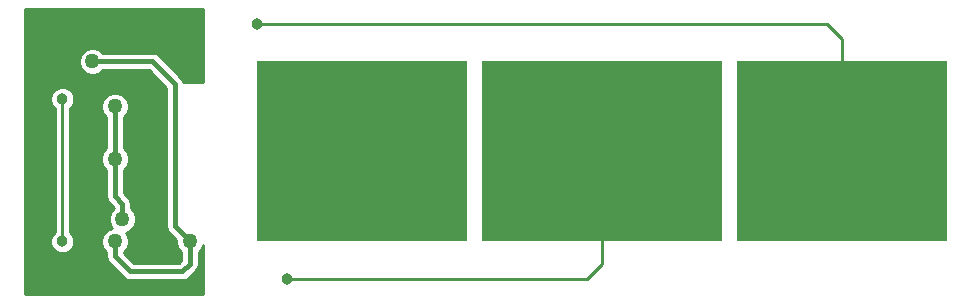
<source format=gbl>
G04 #@! TF.GenerationSoftware,KiCad,Pcbnew,5.0.0-fee4fd1~65~ubuntu17.10.1*
G04 #@! TF.CreationDate,2018-08-22T05:19:15-04:00*
G04 #@! TF.ProjectId,touch,746F7563682E6B696361645F70636200,B*
G04 #@! TF.SameCoordinates,Original*
G04 #@! TF.FileFunction,Copper,L2,Bot,Signal*
G04 #@! TF.FilePolarity,Positive*
%FSLAX46Y46*%
G04 Gerber Fmt 4.6, Leading zero omitted, Abs format (unit mm)*
G04 Created by KiCad (PCBNEW 5.0.0-fee4fd1~65~ubuntu17.10.1) date Wed Aug 22 05:19:15 2018*
%MOMM*%
%LPD*%
G01*
G04 APERTURE LIST*
G04 #@! TA.AperFunction,Conductor*
%ADD10R,17.780000X15.240000*%
G04 #@! TD*
G04 #@! TA.AperFunction,Conductor*
%ADD11R,20.320000X15.240000*%
G04 #@! TD*
G04 #@! TA.AperFunction,ViaPad*
%ADD12C,1.270000*%
G04 #@! TD*
G04 #@! TA.AperFunction,ViaPad*
%ADD13C,0.965200*%
G04 #@! TD*
G04 #@! TA.AperFunction,Conductor*
%ADD14C,0.406400*%
G04 #@! TD*
G04 #@! TA.AperFunction,Conductor*
%ADD15C,0.254000*%
G04 #@! TD*
%ADD16C,0.350000*%
G04 APERTURE END LIST*
D10*
G04 #@! TO.N,/E_LEFT*
G04 #@! TO.C,SW1*
X168910000Y-100838000D03*
G04 #@! TD*
G04 #@! TO.N,/E_RIGHT*
G04 #@! TO.C,SW2*
X128270000Y-100838000D03*
G04 #@! TD*
D11*
G04 #@! TO.N,/E_SET*
G04 #@! TO.C,SW3*
X148590000Y-100838000D03*
G04 #@! TD*
D12*
G04 #@! TO.N,GND*
X114300000Y-93218000D03*
X103411883Y-93171442D03*
X111125000Y-108458006D03*
X107950000Y-90678000D03*
G04 #@! TO.N,+3V3*
X107950000Y-106553000D03*
X107315000Y-97028000D03*
X107315000Y-101473000D03*
D13*
G04 #@! TO.N,/E_LEFT*
X119379988Y-90043000D03*
G04 #@! TO.N,/E_SET*
X121920000Y-111633000D03*
G04 #@! TO.N,/E_RIGHT*
X128269984Y-100838000D03*
D12*
G04 #@! TO.N,+5V*
X107315000Y-108458000D03*
X113665000Y-108458000D03*
X105410000Y-93217976D03*
D13*
G04 #@! TO.N,/SDA_5V*
X102870000Y-96393000D03*
X102870000Y-108458000D03*
G04 #@! TD*
D14*
G04 #@! TO.N,+3V3*
X107315000Y-101473000D02*
X107315000Y-104648000D01*
X107315000Y-104648000D02*
X107950000Y-105283000D01*
X107950000Y-105283000D02*
X107950000Y-106553000D01*
X107315000Y-97028000D02*
X107315000Y-101473000D01*
D15*
G04 #@! TO.N,/E_LEFT*
X168910000Y-100838000D02*
X168910000Y-91313000D01*
X168910000Y-91313000D02*
X167640000Y-90043000D01*
X167640000Y-90043000D02*
X120062487Y-90043000D01*
X120062487Y-90043000D02*
X119379988Y-90043000D01*
G04 #@! TO.N,/E_SET*
X148590000Y-100838000D02*
X148590000Y-110363000D01*
X147320000Y-111633000D02*
X121920000Y-111633000D01*
X148590000Y-110363000D02*
X147320000Y-111633000D01*
D14*
G04 #@! TO.N,+5V*
X107315000Y-109728000D02*
X107315000Y-108458000D01*
X108585000Y-110998000D02*
X107315000Y-109728000D01*
X113030000Y-110998000D02*
X113665000Y-110363000D01*
X113665000Y-110363000D02*
X113665000Y-108458000D01*
X108585000Y-110998000D02*
X113030000Y-110998000D01*
X113665000Y-108458000D02*
X112395000Y-107188000D01*
X112395000Y-107188000D02*
X112395000Y-95123000D01*
X112395000Y-95123000D02*
X110489976Y-93217976D01*
X110489976Y-93217976D02*
X105410000Y-93217976D01*
D15*
G04 #@! TO.N,/SDA_5V*
X102870000Y-108458000D02*
X102870000Y-96393000D01*
G04 #@! TD*
G04 #@! TO.N,GND*
G36*
X114808000Y-94996000D02*
X113106338Y-94996000D01*
X113075530Y-94841115D01*
X112915855Y-94602145D01*
X111010831Y-92697121D01*
X110771861Y-92537446D01*
X110489976Y-92481376D01*
X106325611Y-92481376D01*
X106072709Y-92228033D01*
X105643429Y-92049780D01*
X105178611Y-92049374D01*
X104749019Y-92226877D01*
X104420057Y-92555267D01*
X104241804Y-92984547D01*
X104241398Y-93449365D01*
X104418901Y-93878957D01*
X104747291Y-94207919D01*
X105176571Y-94386172D01*
X105641389Y-94386578D01*
X106070981Y-94209075D01*
X106325923Y-93954576D01*
X110184866Y-93954576D01*
X111658400Y-95428110D01*
X111658400Y-107188000D01*
X111714470Y-107469885D01*
X111874145Y-107708855D01*
X112496711Y-108331421D01*
X112496398Y-108689389D01*
X112673901Y-109118981D01*
X112928400Y-109373923D01*
X112928400Y-110057890D01*
X112724890Y-110261400D01*
X108890110Y-110261400D01*
X108051600Y-109422890D01*
X108051600Y-109373611D01*
X108304943Y-109120709D01*
X108483196Y-108691429D01*
X108483602Y-108226611D01*
X108306099Y-107797019D01*
X108216380Y-107707144D01*
X108610981Y-107544099D01*
X108939943Y-107215709D01*
X109118196Y-106786429D01*
X109118602Y-106321611D01*
X108941099Y-105892019D01*
X108686600Y-105637077D01*
X108686600Y-105283000D01*
X108630530Y-105001115D01*
X108470855Y-104762145D01*
X108051600Y-104342890D01*
X108051600Y-102388611D01*
X108304943Y-102135709D01*
X108483196Y-101706429D01*
X108483602Y-101241611D01*
X108306099Y-100812019D01*
X108051600Y-100557077D01*
X108051600Y-97943611D01*
X108304943Y-97690709D01*
X108483196Y-97261429D01*
X108483602Y-96796611D01*
X108306099Y-96367019D01*
X107977709Y-96038057D01*
X107548429Y-95859804D01*
X107083611Y-95859398D01*
X106654019Y-96036901D01*
X106325057Y-96365291D01*
X106146804Y-96794571D01*
X106146398Y-97259389D01*
X106323901Y-97688981D01*
X106578400Y-97943923D01*
X106578400Y-100557389D01*
X106325057Y-100810291D01*
X106146804Y-101239571D01*
X106146398Y-101704389D01*
X106323901Y-102133981D01*
X106578400Y-102388923D01*
X106578400Y-104648000D01*
X106634470Y-104929885D01*
X106794145Y-105168855D01*
X107213400Y-105588110D01*
X107213400Y-105637389D01*
X106960057Y-105890291D01*
X106781804Y-106319571D01*
X106781398Y-106784389D01*
X106958901Y-107213981D01*
X107048620Y-107303856D01*
X106654019Y-107466901D01*
X106325057Y-107795291D01*
X106146804Y-108224571D01*
X106146398Y-108689389D01*
X106323901Y-109118981D01*
X106578400Y-109373923D01*
X106578400Y-109728000D01*
X106634470Y-110009885D01*
X106794145Y-110248855D01*
X108064145Y-111518855D01*
X108303115Y-111678530D01*
X108585000Y-111734600D01*
X113030000Y-111734600D01*
X113311885Y-111678530D01*
X113550855Y-111518855D01*
X114185855Y-110883855D01*
X114345530Y-110644885D01*
X114401600Y-110363000D01*
X114401600Y-109373611D01*
X114654943Y-109120709D01*
X114808000Y-108752108D01*
X114808000Y-112929600D01*
X99668400Y-112929600D01*
X99668400Y-96594208D01*
X101853824Y-96594208D01*
X102008175Y-96967766D01*
X102209600Y-97169543D01*
X102209600Y-107681660D01*
X102009179Y-107881731D01*
X101854176Y-108255018D01*
X101853824Y-108659208D01*
X102008175Y-109032766D01*
X102293731Y-109318821D01*
X102667018Y-109473824D01*
X103071208Y-109474176D01*
X103444766Y-109319825D01*
X103730821Y-109034269D01*
X103885824Y-108660982D01*
X103886176Y-108256792D01*
X103731825Y-107883234D01*
X103530400Y-107681457D01*
X103530400Y-97169340D01*
X103730821Y-96969269D01*
X103885824Y-96595982D01*
X103886176Y-96191792D01*
X103731825Y-95818234D01*
X103446269Y-95532179D01*
X103072982Y-95377176D01*
X102668792Y-95376824D01*
X102295234Y-95531175D01*
X102009179Y-95816731D01*
X101854176Y-96190018D01*
X101853824Y-96594208D01*
X99668400Y-96594208D01*
X99668400Y-88746400D01*
X114808000Y-88746400D01*
X114808000Y-94996000D01*
X114808000Y-94996000D01*
G37*
X114808000Y-94996000D02*
X113106338Y-94996000D01*
X113075530Y-94841115D01*
X112915855Y-94602145D01*
X111010831Y-92697121D01*
X110771861Y-92537446D01*
X110489976Y-92481376D01*
X106325611Y-92481376D01*
X106072709Y-92228033D01*
X105643429Y-92049780D01*
X105178611Y-92049374D01*
X104749019Y-92226877D01*
X104420057Y-92555267D01*
X104241804Y-92984547D01*
X104241398Y-93449365D01*
X104418901Y-93878957D01*
X104747291Y-94207919D01*
X105176571Y-94386172D01*
X105641389Y-94386578D01*
X106070981Y-94209075D01*
X106325923Y-93954576D01*
X110184866Y-93954576D01*
X111658400Y-95428110D01*
X111658400Y-107188000D01*
X111714470Y-107469885D01*
X111874145Y-107708855D01*
X112496711Y-108331421D01*
X112496398Y-108689389D01*
X112673901Y-109118981D01*
X112928400Y-109373923D01*
X112928400Y-110057890D01*
X112724890Y-110261400D01*
X108890110Y-110261400D01*
X108051600Y-109422890D01*
X108051600Y-109373611D01*
X108304943Y-109120709D01*
X108483196Y-108691429D01*
X108483602Y-108226611D01*
X108306099Y-107797019D01*
X108216380Y-107707144D01*
X108610981Y-107544099D01*
X108939943Y-107215709D01*
X109118196Y-106786429D01*
X109118602Y-106321611D01*
X108941099Y-105892019D01*
X108686600Y-105637077D01*
X108686600Y-105283000D01*
X108630530Y-105001115D01*
X108470855Y-104762145D01*
X108051600Y-104342890D01*
X108051600Y-102388611D01*
X108304943Y-102135709D01*
X108483196Y-101706429D01*
X108483602Y-101241611D01*
X108306099Y-100812019D01*
X108051600Y-100557077D01*
X108051600Y-97943611D01*
X108304943Y-97690709D01*
X108483196Y-97261429D01*
X108483602Y-96796611D01*
X108306099Y-96367019D01*
X107977709Y-96038057D01*
X107548429Y-95859804D01*
X107083611Y-95859398D01*
X106654019Y-96036901D01*
X106325057Y-96365291D01*
X106146804Y-96794571D01*
X106146398Y-97259389D01*
X106323901Y-97688981D01*
X106578400Y-97943923D01*
X106578400Y-100557389D01*
X106325057Y-100810291D01*
X106146804Y-101239571D01*
X106146398Y-101704389D01*
X106323901Y-102133981D01*
X106578400Y-102388923D01*
X106578400Y-104648000D01*
X106634470Y-104929885D01*
X106794145Y-105168855D01*
X107213400Y-105588110D01*
X107213400Y-105637389D01*
X106960057Y-105890291D01*
X106781804Y-106319571D01*
X106781398Y-106784389D01*
X106958901Y-107213981D01*
X107048620Y-107303856D01*
X106654019Y-107466901D01*
X106325057Y-107795291D01*
X106146804Y-108224571D01*
X106146398Y-108689389D01*
X106323901Y-109118981D01*
X106578400Y-109373923D01*
X106578400Y-109728000D01*
X106634470Y-110009885D01*
X106794145Y-110248855D01*
X108064145Y-111518855D01*
X108303115Y-111678530D01*
X108585000Y-111734600D01*
X113030000Y-111734600D01*
X113311885Y-111678530D01*
X113550855Y-111518855D01*
X114185855Y-110883855D01*
X114345530Y-110644885D01*
X114401600Y-110363000D01*
X114401600Y-109373611D01*
X114654943Y-109120709D01*
X114808000Y-108752108D01*
X114808000Y-112929600D01*
X99668400Y-112929600D01*
X99668400Y-96594208D01*
X101853824Y-96594208D01*
X102008175Y-96967766D01*
X102209600Y-97169543D01*
X102209600Y-107681660D01*
X102009179Y-107881731D01*
X101854176Y-108255018D01*
X101853824Y-108659208D01*
X102008175Y-109032766D01*
X102293731Y-109318821D01*
X102667018Y-109473824D01*
X103071208Y-109474176D01*
X103444766Y-109319825D01*
X103730821Y-109034269D01*
X103885824Y-108660982D01*
X103886176Y-108256792D01*
X103731825Y-107883234D01*
X103530400Y-107681457D01*
X103530400Y-97169340D01*
X103730821Y-96969269D01*
X103885824Y-96595982D01*
X103886176Y-96191792D01*
X103731825Y-95818234D01*
X103446269Y-95532179D01*
X103072982Y-95377176D01*
X102668792Y-95376824D01*
X102295234Y-95531175D01*
X102009179Y-95816731D01*
X101854176Y-96190018D01*
X101853824Y-96594208D01*
X99668400Y-96594208D01*
X99668400Y-88746400D01*
X114808000Y-88746400D01*
X114808000Y-94996000D01*
G04 #@! TD*
D16*
X114300000Y-93218000D03*
X103411883Y-93171442D03*
X111125000Y-108458006D03*
X107950000Y-90678000D03*
X107950000Y-106553000D03*
X107315000Y-97028000D03*
X107315000Y-101473000D03*
X119379988Y-90043000D03*
X121920000Y-111633000D03*
X128269984Y-100838000D03*
X107315000Y-108458000D03*
X113665000Y-108458000D03*
X105410000Y-93217976D03*
X102870000Y-96393000D03*
X102870000Y-108458000D03*
M02*

</source>
